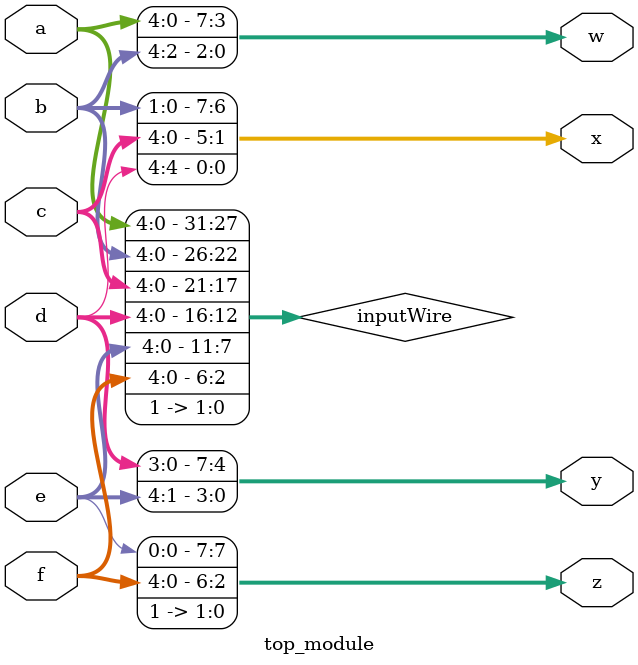
<source format=v>
module top_module (
    input [4:0] a, b, c, d, e, f,
    output [7:0] w, x, y, z );//

    // assign { ... } = { ... };
    
    wire [31:0] inputWire;
    assign inputWire = {a[4:0], b[4:0], c[4:0], d[4:0], e[4:0], f[4:0], 2'b11};
    assign w = inputWire[31:24];
    assign x = inputWire[23:16];
    assign y = inputWire[15:8];
    assign z = inputWire[7:0];

endmodule

</source>
